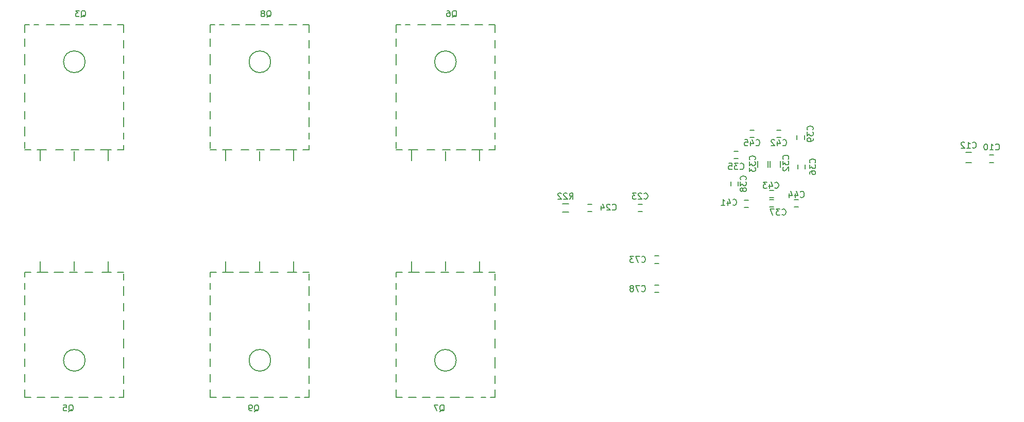
<source format=gbo>
G04 #@! TF.FileFunction,Legend,Bot*
%FSLAX46Y46*%
G04 Gerber Fmt 4.6, Leading zero omitted, Abs format (unit mm)*
G04 Created by KiCad (PCBNEW 4.0.2+dfsg1-stable) date Tue 26 Sep 2017 04:27:40 AM EDT*
%MOMM*%
G01*
G04 APERTURE LIST*
%ADD10C,0.100000*%
%ADD11C,0.150000*%
G04 APERTURE END LIST*
D10*
D11*
X208150000Y-59800000D02*
X207450000Y-59800000D01*
X207450000Y-61000000D02*
X208150000Y-61000000D01*
X150350000Y-67900000D02*
X149650000Y-67900000D01*
X149650000Y-69100000D02*
X150350000Y-69100000D01*
X141400000Y-69100000D02*
X142100000Y-69100000D01*
X142100000Y-67900000D02*
X141400000Y-67900000D01*
X164900000Y-64150000D02*
X164900000Y-64850000D01*
X166100000Y-64850000D02*
X166100000Y-64150000D01*
X175800000Y-56550000D02*
X175800000Y-57250000D01*
X177000000Y-57250000D02*
X177000000Y-56550000D01*
X167850000Y-67200000D02*
X167150000Y-67200000D01*
X167150000Y-68400000D02*
X167850000Y-68400000D01*
X172450000Y-56900000D02*
X173150000Y-56900000D01*
X173150000Y-55700000D02*
X172450000Y-55700000D01*
X171950000Y-65600000D02*
X171250000Y-65600000D01*
X171250000Y-66800000D02*
X171950000Y-66800000D01*
X176050000Y-67100000D02*
X175350000Y-67100000D01*
X175350000Y-68300000D02*
X176050000Y-68300000D01*
X168050000Y-56900000D02*
X168750000Y-56900000D01*
X168750000Y-55700000D02*
X168050000Y-55700000D01*
X137250000Y-69175000D02*
X138250000Y-69175000D01*
X138250000Y-67825000D02*
X137250000Y-67825000D01*
X165450000Y-60400000D02*
X166150000Y-60400000D01*
X166150000Y-59200000D02*
X165450000Y-59200000D01*
X177100000Y-62050000D02*
X177100000Y-61350000D01*
X175900000Y-61350000D02*
X175900000Y-62050000D01*
X171950000Y-67100000D02*
X171250000Y-67100000D01*
X171250000Y-68300000D02*
X171950000Y-68300000D01*
X153100000Y-76400000D02*
X152400000Y-76400000D01*
X152400000Y-77600000D02*
X153100000Y-77600000D01*
X153100000Y-81150000D02*
X152400000Y-81150000D01*
X152400000Y-82350000D02*
X153100000Y-82350000D01*
X204500000Y-61050000D02*
X203500000Y-61050000D01*
X203500000Y-59350000D02*
X204500000Y-59350000D01*
X173050000Y-60800000D02*
X173050000Y-61800000D01*
X171350000Y-61800000D02*
X171350000Y-60800000D01*
X171050000Y-60800000D02*
X171050000Y-61800000D01*
X169350000Y-61800000D02*
X169350000Y-60800000D01*
X93088000Y-60698000D02*
X93088000Y-58920000D01*
X81912000Y-60698000D02*
X81912000Y-58920000D01*
X87500000Y-60698000D02*
X87500000Y-59174000D01*
X95628000Y-58158000D02*
X95628000Y-58920000D01*
X95628000Y-56126000D02*
X95628000Y-57142000D01*
X95628000Y-57142000D02*
X95628000Y-56888000D01*
X95628000Y-53586000D02*
X95628000Y-54856000D01*
X95628000Y-54856000D02*
X95628000Y-55110000D01*
X95628000Y-51046000D02*
X95628000Y-52316000D01*
X95628000Y-48506000D02*
X95628000Y-49776000D01*
X95628000Y-45966000D02*
X95628000Y-47236000D01*
X95628000Y-43426000D02*
X95628000Y-44696000D01*
X95628000Y-40886000D02*
X95628000Y-42156000D01*
X95628000Y-38346000D02*
X95628000Y-39616000D01*
X79372000Y-57650000D02*
X79372000Y-58666000D01*
X79372000Y-55110000D02*
X79372000Y-56380000D01*
X79372000Y-56380000D02*
X79372000Y-56634000D01*
X79372000Y-52570000D02*
X79372000Y-53840000D01*
X79372000Y-49522000D02*
X79372000Y-51046000D01*
X79372000Y-46474000D02*
X79372000Y-47998000D01*
X79372000Y-43172000D02*
X79372000Y-44950000D01*
X79372000Y-40632000D02*
X79372000Y-41902000D01*
X79372000Y-38346000D02*
X79372000Y-39362000D01*
X79372000Y-39362000D02*
X79372000Y-39616000D01*
X80134000Y-38346000D02*
X79372000Y-38346000D01*
X81658000Y-38346000D02*
X80896000Y-38346000D01*
X84198000Y-38346000D02*
X82928000Y-38346000D01*
X86738000Y-38346000D02*
X85214000Y-38346000D01*
X89024000Y-38346000D02*
X87754000Y-38346000D01*
X91310000Y-38346000D02*
X90040000Y-38346000D01*
X93596000Y-38346000D02*
X92326000Y-38346000D01*
X95628000Y-38346000D02*
X94612000Y-38346000D01*
X81404000Y-58920000D02*
X82928000Y-58920000D01*
X82928000Y-58920000D02*
X82674000Y-58920000D01*
X79372000Y-58920000D02*
X80134000Y-58920000D01*
X80134000Y-58920000D02*
X80388000Y-58920000D01*
X85722000Y-58920000D02*
X84452000Y-58920000D01*
X88262000Y-58920000D02*
X86992000Y-58920000D01*
X90802000Y-58920000D02*
X89278000Y-58920000D01*
X93596000Y-58920000D02*
X92326000Y-58920000D01*
X92326000Y-58920000D02*
X92072000Y-58920000D01*
X92072000Y-58920000D02*
X91818000Y-58920000D01*
X95628000Y-58920000D02*
X94866000Y-58920000D01*
X94866000Y-58920000D02*
X94612000Y-58920000D01*
X89278000Y-44442000D02*
G75*
G03X89278000Y-44442000I-1778000J0D01*
G01*
X62588000Y-60698000D02*
X62588000Y-58920000D01*
X51412000Y-60698000D02*
X51412000Y-58920000D01*
X57000000Y-60698000D02*
X57000000Y-59174000D01*
X65128000Y-58158000D02*
X65128000Y-58920000D01*
X65128000Y-56126000D02*
X65128000Y-57142000D01*
X65128000Y-57142000D02*
X65128000Y-56888000D01*
X65128000Y-53586000D02*
X65128000Y-54856000D01*
X65128000Y-54856000D02*
X65128000Y-55110000D01*
X65128000Y-51046000D02*
X65128000Y-52316000D01*
X65128000Y-48506000D02*
X65128000Y-49776000D01*
X65128000Y-45966000D02*
X65128000Y-47236000D01*
X65128000Y-43426000D02*
X65128000Y-44696000D01*
X65128000Y-40886000D02*
X65128000Y-42156000D01*
X65128000Y-38346000D02*
X65128000Y-39616000D01*
X48872000Y-57650000D02*
X48872000Y-58666000D01*
X48872000Y-55110000D02*
X48872000Y-56380000D01*
X48872000Y-56380000D02*
X48872000Y-56634000D01*
X48872000Y-52570000D02*
X48872000Y-53840000D01*
X48872000Y-49522000D02*
X48872000Y-51046000D01*
X48872000Y-46474000D02*
X48872000Y-47998000D01*
X48872000Y-43172000D02*
X48872000Y-44950000D01*
X48872000Y-40632000D02*
X48872000Y-41902000D01*
X48872000Y-38346000D02*
X48872000Y-39362000D01*
X48872000Y-39362000D02*
X48872000Y-39616000D01*
X49634000Y-38346000D02*
X48872000Y-38346000D01*
X51158000Y-38346000D02*
X50396000Y-38346000D01*
X53698000Y-38346000D02*
X52428000Y-38346000D01*
X56238000Y-38346000D02*
X54714000Y-38346000D01*
X58524000Y-38346000D02*
X57254000Y-38346000D01*
X60810000Y-38346000D02*
X59540000Y-38346000D01*
X63096000Y-38346000D02*
X61826000Y-38346000D01*
X65128000Y-38346000D02*
X64112000Y-38346000D01*
X50904000Y-58920000D02*
X52428000Y-58920000D01*
X52428000Y-58920000D02*
X52174000Y-58920000D01*
X48872000Y-58920000D02*
X49634000Y-58920000D01*
X49634000Y-58920000D02*
X49888000Y-58920000D01*
X55222000Y-58920000D02*
X53952000Y-58920000D01*
X57762000Y-58920000D02*
X56492000Y-58920000D01*
X60302000Y-58920000D02*
X58778000Y-58920000D01*
X63096000Y-58920000D02*
X61826000Y-58920000D01*
X61826000Y-58920000D02*
X61572000Y-58920000D01*
X61572000Y-58920000D02*
X61318000Y-58920000D01*
X65128000Y-58920000D02*
X64366000Y-58920000D01*
X64366000Y-58920000D02*
X64112000Y-58920000D01*
X58778000Y-44442000D02*
G75*
G03X58778000Y-44442000I-1778000J0D01*
G01*
X51412000Y-77302000D02*
X51412000Y-79080000D01*
X62588000Y-77302000D02*
X62588000Y-79080000D01*
X57000000Y-77302000D02*
X57000000Y-78826000D01*
X48872000Y-79842000D02*
X48872000Y-79080000D01*
X48872000Y-81874000D02*
X48872000Y-80858000D01*
X48872000Y-80858000D02*
X48872000Y-81112000D01*
X48872000Y-84414000D02*
X48872000Y-83144000D01*
X48872000Y-83144000D02*
X48872000Y-82890000D01*
X48872000Y-86954000D02*
X48872000Y-85684000D01*
X48872000Y-89494000D02*
X48872000Y-88224000D01*
X48872000Y-92034000D02*
X48872000Y-90764000D01*
X48872000Y-94574000D02*
X48872000Y-93304000D01*
X48872000Y-97114000D02*
X48872000Y-95844000D01*
X48872000Y-99654000D02*
X48872000Y-98384000D01*
X65128000Y-80350000D02*
X65128000Y-79334000D01*
X65128000Y-82890000D02*
X65128000Y-81620000D01*
X65128000Y-81620000D02*
X65128000Y-81366000D01*
X65128000Y-85430000D02*
X65128000Y-84160000D01*
X65128000Y-88478000D02*
X65128000Y-86954000D01*
X65128000Y-91526000D02*
X65128000Y-90002000D01*
X65128000Y-94828000D02*
X65128000Y-93050000D01*
X65128000Y-97368000D02*
X65128000Y-96098000D01*
X65128000Y-99654000D02*
X65128000Y-98638000D01*
X65128000Y-98638000D02*
X65128000Y-98384000D01*
X64366000Y-99654000D02*
X65128000Y-99654000D01*
X62842000Y-99654000D02*
X63604000Y-99654000D01*
X60302000Y-99654000D02*
X61572000Y-99654000D01*
X57762000Y-99654000D02*
X59286000Y-99654000D01*
X55476000Y-99654000D02*
X56746000Y-99654000D01*
X53190000Y-99654000D02*
X54460000Y-99654000D01*
X50904000Y-99654000D02*
X52174000Y-99654000D01*
X48872000Y-99654000D02*
X49888000Y-99654000D01*
X63096000Y-79080000D02*
X61572000Y-79080000D01*
X61572000Y-79080000D02*
X61826000Y-79080000D01*
X65128000Y-79080000D02*
X64366000Y-79080000D01*
X64366000Y-79080000D02*
X64112000Y-79080000D01*
X58778000Y-79080000D02*
X60048000Y-79080000D01*
X56238000Y-79080000D02*
X57508000Y-79080000D01*
X53698000Y-79080000D02*
X55222000Y-79080000D01*
X50904000Y-79080000D02*
X52174000Y-79080000D01*
X52174000Y-79080000D02*
X52428000Y-79080000D01*
X52428000Y-79080000D02*
X52682000Y-79080000D01*
X48872000Y-79080000D02*
X49634000Y-79080000D01*
X49634000Y-79080000D02*
X49888000Y-79080000D01*
X58778000Y-93558000D02*
G75*
G03X58778000Y-93558000I-1778000J0D01*
G01*
X81912000Y-77302000D02*
X81912000Y-79080000D01*
X93088000Y-77302000D02*
X93088000Y-79080000D01*
X87500000Y-77302000D02*
X87500000Y-78826000D01*
X79372000Y-79842000D02*
X79372000Y-79080000D01*
X79372000Y-81874000D02*
X79372000Y-80858000D01*
X79372000Y-80858000D02*
X79372000Y-81112000D01*
X79372000Y-84414000D02*
X79372000Y-83144000D01*
X79372000Y-83144000D02*
X79372000Y-82890000D01*
X79372000Y-86954000D02*
X79372000Y-85684000D01*
X79372000Y-89494000D02*
X79372000Y-88224000D01*
X79372000Y-92034000D02*
X79372000Y-90764000D01*
X79372000Y-94574000D02*
X79372000Y-93304000D01*
X79372000Y-97114000D02*
X79372000Y-95844000D01*
X79372000Y-99654000D02*
X79372000Y-98384000D01*
X95628000Y-80350000D02*
X95628000Y-79334000D01*
X95628000Y-82890000D02*
X95628000Y-81620000D01*
X95628000Y-81620000D02*
X95628000Y-81366000D01*
X95628000Y-85430000D02*
X95628000Y-84160000D01*
X95628000Y-88478000D02*
X95628000Y-86954000D01*
X95628000Y-91526000D02*
X95628000Y-90002000D01*
X95628000Y-94828000D02*
X95628000Y-93050000D01*
X95628000Y-97368000D02*
X95628000Y-96098000D01*
X95628000Y-99654000D02*
X95628000Y-98638000D01*
X95628000Y-98638000D02*
X95628000Y-98384000D01*
X94866000Y-99654000D02*
X95628000Y-99654000D01*
X93342000Y-99654000D02*
X94104000Y-99654000D01*
X90802000Y-99654000D02*
X92072000Y-99654000D01*
X88262000Y-99654000D02*
X89786000Y-99654000D01*
X85976000Y-99654000D02*
X87246000Y-99654000D01*
X83690000Y-99654000D02*
X84960000Y-99654000D01*
X81404000Y-99654000D02*
X82674000Y-99654000D01*
X79372000Y-99654000D02*
X80388000Y-99654000D01*
X93596000Y-79080000D02*
X92072000Y-79080000D01*
X92072000Y-79080000D02*
X92326000Y-79080000D01*
X95628000Y-79080000D02*
X94866000Y-79080000D01*
X94866000Y-79080000D02*
X94612000Y-79080000D01*
X89278000Y-79080000D02*
X90548000Y-79080000D01*
X86738000Y-79080000D02*
X88008000Y-79080000D01*
X84198000Y-79080000D02*
X85722000Y-79080000D01*
X81404000Y-79080000D02*
X82674000Y-79080000D01*
X82674000Y-79080000D02*
X82928000Y-79080000D01*
X82928000Y-79080000D02*
X83182000Y-79080000D01*
X79372000Y-79080000D02*
X80134000Y-79080000D01*
X80134000Y-79080000D02*
X80388000Y-79080000D01*
X89278000Y-93558000D02*
G75*
G03X89278000Y-93558000I-1778000J0D01*
G01*
X112412000Y-77302000D02*
X112412000Y-79080000D01*
X123588000Y-77302000D02*
X123588000Y-79080000D01*
X118000000Y-77302000D02*
X118000000Y-78826000D01*
X109872000Y-79842000D02*
X109872000Y-79080000D01*
X109872000Y-81874000D02*
X109872000Y-80858000D01*
X109872000Y-80858000D02*
X109872000Y-81112000D01*
X109872000Y-84414000D02*
X109872000Y-83144000D01*
X109872000Y-83144000D02*
X109872000Y-82890000D01*
X109872000Y-86954000D02*
X109872000Y-85684000D01*
X109872000Y-89494000D02*
X109872000Y-88224000D01*
X109872000Y-92034000D02*
X109872000Y-90764000D01*
X109872000Y-94574000D02*
X109872000Y-93304000D01*
X109872000Y-97114000D02*
X109872000Y-95844000D01*
X109872000Y-99654000D02*
X109872000Y-98384000D01*
X126128000Y-80350000D02*
X126128000Y-79334000D01*
X126128000Y-82890000D02*
X126128000Y-81620000D01*
X126128000Y-81620000D02*
X126128000Y-81366000D01*
X126128000Y-85430000D02*
X126128000Y-84160000D01*
X126128000Y-88478000D02*
X126128000Y-86954000D01*
X126128000Y-91526000D02*
X126128000Y-90002000D01*
X126128000Y-94828000D02*
X126128000Y-93050000D01*
X126128000Y-97368000D02*
X126128000Y-96098000D01*
X126128000Y-99654000D02*
X126128000Y-98638000D01*
X126128000Y-98638000D02*
X126128000Y-98384000D01*
X125366000Y-99654000D02*
X126128000Y-99654000D01*
X123842000Y-99654000D02*
X124604000Y-99654000D01*
X121302000Y-99654000D02*
X122572000Y-99654000D01*
X118762000Y-99654000D02*
X120286000Y-99654000D01*
X116476000Y-99654000D02*
X117746000Y-99654000D01*
X114190000Y-99654000D02*
X115460000Y-99654000D01*
X111904000Y-99654000D02*
X113174000Y-99654000D01*
X109872000Y-99654000D02*
X110888000Y-99654000D01*
X124096000Y-79080000D02*
X122572000Y-79080000D01*
X122572000Y-79080000D02*
X122826000Y-79080000D01*
X126128000Y-79080000D02*
X125366000Y-79080000D01*
X125366000Y-79080000D02*
X125112000Y-79080000D01*
X119778000Y-79080000D02*
X121048000Y-79080000D01*
X117238000Y-79080000D02*
X118508000Y-79080000D01*
X114698000Y-79080000D02*
X116222000Y-79080000D01*
X111904000Y-79080000D02*
X113174000Y-79080000D01*
X113174000Y-79080000D02*
X113428000Y-79080000D01*
X113428000Y-79080000D02*
X113682000Y-79080000D01*
X109872000Y-79080000D02*
X110634000Y-79080000D01*
X110634000Y-79080000D02*
X110888000Y-79080000D01*
X119778000Y-93558000D02*
G75*
G03X119778000Y-93558000I-1778000J0D01*
G01*
X123588000Y-60698000D02*
X123588000Y-58920000D01*
X112412000Y-60698000D02*
X112412000Y-58920000D01*
X118000000Y-60698000D02*
X118000000Y-59174000D01*
X126128000Y-58158000D02*
X126128000Y-58920000D01*
X126128000Y-56126000D02*
X126128000Y-57142000D01*
X126128000Y-57142000D02*
X126128000Y-56888000D01*
X126128000Y-53586000D02*
X126128000Y-54856000D01*
X126128000Y-54856000D02*
X126128000Y-55110000D01*
X126128000Y-51046000D02*
X126128000Y-52316000D01*
X126128000Y-48506000D02*
X126128000Y-49776000D01*
X126128000Y-45966000D02*
X126128000Y-47236000D01*
X126128000Y-43426000D02*
X126128000Y-44696000D01*
X126128000Y-40886000D02*
X126128000Y-42156000D01*
X126128000Y-38346000D02*
X126128000Y-39616000D01*
X109872000Y-57650000D02*
X109872000Y-58666000D01*
X109872000Y-55110000D02*
X109872000Y-56380000D01*
X109872000Y-56380000D02*
X109872000Y-56634000D01*
X109872000Y-52570000D02*
X109872000Y-53840000D01*
X109872000Y-49522000D02*
X109872000Y-51046000D01*
X109872000Y-46474000D02*
X109872000Y-47998000D01*
X109872000Y-43172000D02*
X109872000Y-44950000D01*
X109872000Y-40632000D02*
X109872000Y-41902000D01*
X109872000Y-38346000D02*
X109872000Y-39362000D01*
X109872000Y-39362000D02*
X109872000Y-39616000D01*
X110634000Y-38346000D02*
X109872000Y-38346000D01*
X112158000Y-38346000D02*
X111396000Y-38346000D01*
X114698000Y-38346000D02*
X113428000Y-38346000D01*
X117238000Y-38346000D02*
X115714000Y-38346000D01*
X119524000Y-38346000D02*
X118254000Y-38346000D01*
X121810000Y-38346000D02*
X120540000Y-38346000D01*
X124096000Y-38346000D02*
X122826000Y-38346000D01*
X126128000Y-38346000D02*
X125112000Y-38346000D01*
X111904000Y-58920000D02*
X113428000Y-58920000D01*
X113428000Y-58920000D02*
X113174000Y-58920000D01*
X109872000Y-58920000D02*
X110634000Y-58920000D01*
X110634000Y-58920000D02*
X110888000Y-58920000D01*
X116222000Y-58920000D02*
X114952000Y-58920000D01*
X118762000Y-58920000D02*
X117492000Y-58920000D01*
X121302000Y-58920000D02*
X119778000Y-58920000D01*
X124096000Y-58920000D02*
X122826000Y-58920000D01*
X122826000Y-58920000D02*
X122572000Y-58920000D01*
X122572000Y-58920000D02*
X122318000Y-58920000D01*
X126128000Y-58920000D02*
X125366000Y-58920000D01*
X125366000Y-58920000D02*
X125112000Y-58920000D01*
X119778000Y-44442000D02*
G75*
G03X119778000Y-44442000I-1778000J0D01*
G01*
X208442857Y-58857143D02*
X208490476Y-58904762D01*
X208633333Y-58952381D01*
X208728571Y-58952381D01*
X208871429Y-58904762D01*
X208966667Y-58809524D01*
X209014286Y-58714286D01*
X209061905Y-58523810D01*
X209061905Y-58380952D01*
X209014286Y-58190476D01*
X208966667Y-58095238D01*
X208871429Y-58000000D01*
X208728571Y-57952381D01*
X208633333Y-57952381D01*
X208490476Y-58000000D01*
X208442857Y-58047619D01*
X207490476Y-58952381D02*
X208061905Y-58952381D01*
X207776191Y-58952381D02*
X207776191Y-57952381D01*
X207871429Y-58095238D01*
X207966667Y-58190476D01*
X208061905Y-58238095D01*
X206871429Y-57952381D02*
X206776190Y-57952381D01*
X206680952Y-58000000D01*
X206633333Y-58047619D01*
X206585714Y-58142857D01*
X206538095Y-58333333D01*
X206538095Y-58571429D01*
X206585714Y-58761905D01*
X206633333Y-58857143D01*
X206680952Y-58904762D01*
X206776190Y-58952381D01*
X206871429Y-58952381D01*
X206966667Y-58904762D01*
X207014286Y-58857143D01*
X207061905Y-58761905D01*
X207109524Y-58571429D01*
X207109524Y-58333333D01*
X207061905Y-58142857D01*
X207014286Y-58047619D01*
X206966667Y-58000000D01*
X206871429Y-57952381D01*
X150642857Y-66957143D02*
X150690476Y-67004762D01*
X150833333Y-67052381D01*
X150928571Y-67052381D01*
X151071429Y-67004762D01*
X151166667Y-66909524D01*
X151214286Y-66814286D01*
X151261905Y-66623810D01*
X151261905Y-66480952D01*
X151214286Y-66290476D01*
X151166667Y-66195238D01*
X151071429Y-66100000D01*
X150928571Y-66052381D01*
X150833333Y-66052381D01*
X150690476Y-66100000D01*
X150642857Y-66147619D01*
X150261905Y-66147619D02*
X150214286Y-66100000D01*
X150119048Y-66052381D01*
X149880952Y-66052381D01*
X149785714Y-66100000D01*
X149738095Y-66147619D01*
X149690476Y-66242857D01*
X149690476Y-66338095D01*
X149738095Y-66480952D01*
X150309524Y-67052381D01*
X149690476Y-67052381D01*
X149357143Y-66052381D02*
X148738095Y-66052381D01*
X149071429Y-66433333D01*
X148928571Y-66433333D01*
X148833333Y-66480952D01*
X148785714Y-66528571D01*
X148738095Y-66623810D01*
X148738095Y-66861905D01*
X148785714Y-66957143D01*
X148833333Y-67004762D01*
X148928571Y-67052381D01*
X149214286Y-67052381D01*
X149309524Y-67004762D01*
X149357143Y-66957143D01*
X145442857Y-68757143D02*
X145490476Y-68804762D01*
X145633333Y-68852381D01*
X145728571Y-68852381D01*
X145871429Y-68804762D01*
X145966667Y-68709524D01*
X146014286Y-68614286D01*
X146061905Y-68423810D01*
X146061905Y-68280952D01*
X146014286Y-68090476D01*
X145966667Y-67995238D01*
X145871429Y-67900000D01*
X145728571Y-67852381D01*
X145633333Y-67852381D01*
X145490476Y-67900000D01*
X145442857Y-67947619D01*
X145061905Y-67947619D02*
X145014286Y-67900000D01*
X144919048Y-67852381D01*
X144680952Y-67852381D01*
X144585714Y-67900000D01*
X144538095Y-67947619D01*
X144490476Y-68042857D01*
X144490476Y-68138095D01*
X144538095Y-68280952D01*
X145109524Y-68852381D01*
X144490476Y-68852381D01*
X143633333Y-68185714D02*
X143633333Y-68852381D01*
X143871429Y-67804762D02*
X144109524Y-68519048D01*
X143490476Y-68519048D01*
X167357143Y-63857143D02*
X167404762Y-63809524D01*
X167452381Y-63666667D01*
X167452381Y-63571429D01*
X167404762Y-63428571D01*
X167309524Y-63333333D01*
X167214286Y-63285714D01*
X167023810Y-63238095D01*
X166880952Y-63238095D01*
X166690476Y-63285714D01*
X166595238Y-63333333D01*
X166500000Y-63428571D01*
X166452381Y-63571429D01*
X166452381Y-63666667D01*
X166500000Y-63809524D01*
X166547619Y-63857143D01*
X166452381Y-64190476D02*
X166452381Y-64809524D01*
X166833333Y-64476190D01*
X166833333Y-64619048D01*
X166880952Y-64714286D01*
X166928571Y-64761905D01*
X167023810Y-64809524D01*
X167261905Y-64809524D01*
X167357143Y-64761905D01*
X167404762Y-64714286D01*
X167452381Y-64619048D01*
X167452381Y-64333333D01*
X167404762Y-64238095D01*
X167357143Y-64190476D01*
X166880952Y-65380952D02*
X166833333Y-65285714D01*
X166785714Y-65238095D01*
X166690476Y-65190476D01*
X166642857Y-65190476D01*
X166547619Y-65238095D01*
X166500000Y-65285714D01*
X166452381Y-65380952D01*
X166452381Y-65571429D01*
X166500000Y-65666667D01*
X166547619Y-65714286D01*
X166642857Y-65761905D01*
X166690476Y-65761905D01*
X166785714Y-65714286D01*
X166833333Y-65666667D01*
X166880952Y-65571429D01*
X166880952Y-65380952D01*
X166928571Y-65285714D01*
X166976190Y-65238095D01*
X167071429Y-65190476D01*
X167261905Y-65190476D01*
X167357143Y-65238095D01*
X167404762Y-65285714D01*
X167452381Y-65380952D01*
X167452381Y-65571429D01*
X167404762Y-65666667D01*
X167357143Y-65714286D01*
X167261905Y-65761905D01*
X167071429Y-65761905D01*
X166976190Y-65714286D01*
X166928571Y-65666667D01*
X166880952Y-65571429D01*
X178357143Y-55657143D02*
X178404762Y-55609524D01*
X178452381Y-55466667D01*
X178452381Y-55371429D01*
X178404762Y-55228571D01*
X178309524Y-55133333D01*
X178214286Y-55085714D01*
X178023810Y-55038095D01*
X177880952Y-55038095D01*
X177690476Y-55085714D01*
X177595238Y-55133333D01*
X177500000Y-55228571D01*
X177452381Y-55371429D01*
X177452381Y-55466667D01*
X177500000Y-55609524D01*
X177547619Y-55657143D01*
X177452381Y-55990476D02*
X177452381Y-56609524D01*
X177833333Y-56276190D01*
X177833333Y-56419048D01*
X177880952Y-56514286D01*
X177928571Y-56561905D01*
X178023810Y-56609524D01*
X178261905Y-56609524D01*
X178357143Y-56561905D01*
X178404762Y-56514286D01*
X178452381Y-56419048D01*
X178452381Y-56133333D01*
X178404762Y-56038095D01*
X178357143Y-55990476D01*
X178452381Y-57085714D02*
X178452381Y-57276190D01*
X178404762Y-57371429D01*
X178357143Y-57419048D01*
X178214286Y-57514286D01*
X178023810Y-57561905D01*
X177642857Y-57561905D01*
X177547619Y-57514286D01*
X177500000Y-57466667D01*
X177452381Y-57371429D01*
X177452381Y-57180952D01*
X177500000Y-57085714D01*
X177547619Y-57038095D01*
X177642857Y-56990476D01*
X177880952Y-56990476D01*
X177976190Y-57038095D01*
X178023810Y-57085714D01*
X178071429Y-57180952D01*
X178071429Y-57371429D01*
X178023810Y-57466667D01*
X177976190Y-57514286D01*
X177880952Y-57561905D01*
X165242857Y-67957143D02*
X165290476Y-68004762D01*
X165433333Y-68052381D01*
X165528571Y-68052381D01*
X165671429Y-68004762D01*
X165766667Y-67909524D01*
X165814286Y-67814286D01*
X165861905Y-67623810D01*
X165861905Y-67480952D01*
X165814286Y-67290476D01*
X165766667Y-67195238D01*
X165671429Y-67100000D01*
X165528571Y-67052381D01*
X165433333Y-67052381D01*
X165290476Y-67100000D01*
X165242857Y-67147619D01*
X164385714Y-67385714D02*
X164385714Y-68052381D01*
X164623810Y-67004762D02*
X164861905Y-67719048D01*
X164242857Y-67719048D01*
X163338095Y-68052381D02*
X163909524Y-68052381D01*
X163623810Y-68052381D02*
X163623810Y-67052381D01*
X163719048Y-67195238D01*
X163814286Y-67290476D01*
X163909524Y-67338095D01*
X173442857Y-58157143D02*
X173490476Y-58204762D01*
X173633333Y-58252381D01*
X173728571Y-58252381D01*
X173871429Y-58204762D01*
X173966667Y-58109524D01*
X174014286Y-58014286D01*
X174061905Y-57823810D01*
X174061905Y-57680952D01*
X174014286Y-57490476D01*
X173966667Y-57395238D01*
X173871429Y-57300000D01*
X173728571Y-57252381D01*
X173633333Y-57252381D01*
X173490476Y-57300000D01*
X173442857Y-57347619D01*
X172585714Y-57585714D02*
X172585714Y-58252381D01*
X172823810Y-57204762D02*
X173061905Y-57919048D01*
X172442857Y-57919048D01*
X172109524Y-57347619D02*
X172061905Y-57300000D01*
X171966667Y-57252381D01*
X171728571Y-57252381D01*
X171633333Y-57300000D01*
X171585714Y-57347619D01*
X171538095Y-57442857D01*
X171538095Y-57538095D01*
X171585714Y-57680952D01*
X172157143Y-58252381D01*
X171538095Y-58252381D01*
X172142857Y-65157143D02*
X172190476Y-65204762D01*
X172333333Y-65252381D01*
X172428571Y-65252381D01*
X172571429Y-65204762D01*
X172666667Y-65109524D01*
X172714286Y-65014286D01*
X172761905Y-64823810D01*
X172761905Y-64680952D01*
X172714286Y-64490476D01*
X172666667Y-64395238D01*
X172571429Y-64300000D01*
X172428571Y-64252381D01*
X172333333Y-64252381D01*
X172190476Y-64300000D01*
X172142857Y-64347619D01*
X171285714Y-64585714D02*
X171285714Y-65252381D01*
X171523810Y-64204762D02*
X171761905Y-64919048D01*
X171142857Y-64919048D01*
X170857143Y-64252381D02*
X170238095Y-64252381D01*
X170571429Y-64633333D01*
X170428571Y-64633333D01*
X170333333Y-64680952D01*
X170285714Y-64728571D01*
X170238095Y-64823810D01*
X170238095Y-65061905D01*
X170285714Y-65157143D01*
X170333333Y-65204762D01*
X170428571Y-65252381D01*
X170714286Y-65252381D01*
X170809524Y-65204762D01*
X170857143Y-65157143D01*
X176342857Y-66657143D02*
X176390476Y-66704762D01*
X176533333Y-66752381D01*
X176628571Y-66752381D01*
X176771429Y-66704762D01*
X176866667Y-66609524D01*
X176914286Y-66514286D01*
X176961905Y-66323810D01*
X176961905Y-66180952D01*
X176914286Y-65990476D01*
X176866667Y-65895238D01*
X176771429Y-65800000D01*
X176628571Y-65752381D01*
X176533333Y-65752381D01*
X176390476Y-65800000D01*
X176342857Y-65847619D01*
X175485714Y-66085714D02*
X175485714Y-66752381D01*
X175723810Y-65704762D02*
X175961905Y-66419048D01*
X175342857Y-66419048D01*
X174533333Y-66085714D02*
X174533333Y-66752381D01*
X174771429Y-65704762D02*
X175009524Y-66419048D01*
X174390476Y-66419048D01*
X169042857Y-58157143D02*
X169090476Y-58204762D01*
X169233333Y-58252381D01*
X169328571Y-58252381D01*
X169471429Y-58204762D01*
X169566667Y-58109524D01*
X169614286Y-58014286D01*
X169661905Y-57823810D01*
X169661905Y-57680952D01*
X169614286Y-57490476D01*
X169566667Y-57395238D01*
X169471429Y-57300000D01*
X169328571Y-57252381D01*
X169233333Y-57252381D01*
X169090476Y-57300000D01*
X169042857Y-57347619D01*
X168185714Y-57585714D02*
X168185714Y-58252381D01*
X168423810Y-57204762D02*
X168661905Y-57919048D01*
X168042857Y-57919048D01*
X167185714Y-57252381D02*
X167661905Y-57252381D01*
X167709524Y-57728571D01*
X167661905Y-57680952D01*
X167566667Y-57633333D01*
X167328571Y-57633333D01*
X167233333Y-57680952D01*
X167185714Y-57728571D01*
X167138095Y-57823810D01*
X167138095Y-58061905D01*
X167185714Y-58157143D01*
X167233333Y-58204762D01*
X167328571Y-58252381D01*
X167566667Y-58252381D01*
X167661905Y-58204762D01*
X167709524Y-58157143D01*
X138392857Y-67052381D02*
X138726191Y-66576190D01*
X138964286Y-67052381D02*
X138964286Y-66052381D01*
X138583333Y-66052381D01*
X138488095Y-66100000D01*
X138440476Y-66147619D01*
X138392857Y-66242857D01*
X138392857Y-66385714D01*
X138440476Y-66480952D01*
X138488095Y-66528571D01*
X138583333Y-66576190D01*
X138964286Y-66576190D01*
X138011905Y-66147619D02*
X137964286Y-66100000D01*
X137869048Y-66052381D01*
X137630952Y-66052381D01*
X137535714Y-66100000D01*
X137488095Y-66147619D01*
X137440476Y-66242857D01*
X137440476Y-66338095D01*
X137488095Y-66480952D01*
X138059524Y-67052381D01*
X137440476Y-67052381D01*
X137059524Y-66147619D02*
X137011905Y-66100000D01*
X136916667Y-66052381D01*
X136678571Y-66052381D01*
X136583333Y-66100000D01*
X136535714Y-66147619D01*
X136488095Y-66242857D01*
X136488095Y-66338095D01*
X136535714Y-66480952D01*
X137107143Y-67052381D01*
X136488095Y-67052381D01*
X166442857Y-62057143D02*
X166490476Y-62104762D01*
X166633333Y-62152381D01*
X166728571Y-62152381D01*
X166871429Y-62104762D01*
X166966667Y-62009524D01*
X167014286Y-61914286D01*
X167061905Y-61723810D01*
X167061905Y-61580952D01*
X167014286Y-61390476D01*
X166966667Y-61295238D01*
X166871429Y-61200000D01*
X166728571Y-61152381D01*
X166633333Y-61152381D01*
X166490476Y-61200000D01*
X166442857Y-61247619D01*
X166109524Y-61152381D02*
X165490476Y-61152381D01*
X165823810Y-61533333D01*
X165680952Y-61533333D01*
X165585714Y-61580952D01*
X165538095Y-61628571D01*
X165490476Y-61723810D01*
X165490476Y-61961905D01*
X165538095Y-62057143D01*
X165585714Y-62104762D01*
X165680952Y-62152381D01*
X165966667Y-62152381D01*
X166061905Y-62104762D01*
X166109524Y-62057143D01*
X164585714Y-61152381D02*
X165061905Y-61152381D01*
X165109524Y-61628571D01*
X165061905Y-61580952D01*
X164966667Y-61533333D01*
X164728571Y-61533333D01*
X164633333Y-61580952D01*
X164585714Y-61628571D01*
X164538095Y-61723810D01*
X164538095Y-61961905D01*
X164585714Y-62057143D01*
X164633333Y-62104762D01*
X164728571Y-62152381D01*
X164966667Y-62152381D01*
X165061905Y-62104762D01*
X165109524Y-62057143D01*
X178757143Y-61057143D02*
X178804762Y-61009524D01*
X178852381Y-60866667D01*
X178852381Y-60771429D01*
X178804762Y-60628571D01*
X178709524Y-60533333D01*
X178614286Y-60485714D01*
X178423810Y-60438095D01*
X178280952Y-60438095D01*
X178090476Y-60485714D01*
X177995238Y-60533333D01*
X177900000Y-60628571D01*
X177852381Y-60771429D01*
X177852381Y-60866667D01*
X177900000Y-61009524D01*
X177947619Y-61057143D01*
X177852381Y-61390476D02*
X177852381Y-62009524D01*
X178233333Y-61676190D01*
X178233333Y-61819048D01*
X178280952Y-61914286D01*
X178328571Y-61961905D01*
X178423810Y-62009524D01*
X178661905Y-62009524D01*
X178757143Y-61961905D01*
X178804762Y-61914286D01*
X178852381Y-61819048D01*
X178852381Y-61533333D01*
X178804762Y-61438095D01*
X178757143Y-61390476D01*
X177852381Y-62866667D02*
X177852381Y-62676190D01*
X177900000Y-62580952D01*
X177947619Y-62533333D01*
X178090476Y-62438095D01*
X178280952Y-62390476D01*
X178661905Y-62390476D01*
X178757143Y-62438095D01*
X178804762Y-62485714D01*
X178852381Y-62580952D01*
X178852381Y-62771429D01*
X178804762Y-62866667D01*
X178757143Y-62914286D01*
X178661905Y-62961905D01*
X178423810Y-62961905D01*
X178328571Y-62914286D01*
X178280952Y-62866667D01*
X178233333Y-62771429D01*
X178233333Y-62580952D01*
X178280952Y-62485714D01*
X178328571Y-62438095D01*
X178423810Y-62390476D01*
X173342857Y-69557143D02*
X173390476Y-69604762D01*
X173533333Y-69652381D01*
X173628571Y-69652381D01*
X173771429Y-69604762D01*
X173866667Y-69509524D01*
X173914286Y-69414286D01*
X173961905Y-69223810D01*
X173961905Y-69080952D01*
X173914286Y-68890476D01*
X173866667Y-68795238D01*
X173771429Y-68700000D01*
X173628571Y-68652381D01*
X173533333Y-68652381D01*
X173390476Y-68700000D01*
X173342857Y-68747619D01*
X173009524Y-68652381D02*
X172390476Y-68652381D01*
X172723810Y-69033333D01*
X172580952Y-69033333D01*
X172485714Y-69080952D01*
X172438095Y-69128571D01*
X172390476Y-69223810D01*
X172390476Y-69461905D01*
X172438095Y-69557143D01*
X172485714Y-69604762D01*
X172580952Y-69652381D01*
X172866667Y-69652381D01*
X172961905Y-69604762D01*
X173009524Y-69557143D01*
X172057143Y-68652381D02*
X171390476Y-68652381D01*
X171819048Y-69652381D01*
X150242857Y-77357143D02*
X150290476Y-77404762D01*
X150433333Y-77452381D01*
X150528571Y-77452381D01*
X150671429Y-77404762D01*
X150766667Y-77309524D01*
X150814286Y-77214286D01*
X150861905Y-77023810D01*
X150861905Y-76880952D01*
X150814286Y-76690476D01*
X150766667Y-76595238D01*
X150671429Y-76500000D01*
X150528571Y-76452381D01*
X150433333Y-76452381D01*
X150290476Y-76500000D01*
X150242857Y-76547619D01*
X149909524Y-76452381D02*
X149242857Y-76452381D01*
X149671429Y-77452381D01*
X148957143Y-76452381D02*
X148338095Y-76452381D01*
X148671429Y-76833333D01*
X148528571Y-76833333D01*
X148433333Y-76880952D01*
X148385714Y-76928571D01*
X148338095Y-77023810D01*
X148338095Y-77261905D01*
X148385714Y-77357143D01*
X148433333Y-77404762D01*
X148528571Y-77452381D01*
X148814286Y-77452381D01*
X148909524Y-77404762D01*
X148957143Y-77357143D01*
X150242857Y-82157143D02*
X150290476Y-82204762D01*
X150433333Y-82252381D01*
X150528571Y-82252381D01*
X150671429Y-82204762D01*
X150766667Y-82109524D01*
X150814286Y-82014286D01*
X150861905Y-81823810D01*
X150861905Y-81680952D01*
X150814286Y-81490476D01*
X150766667Y-81395238D01*
X150671429Y-81300000D01*
X150528571Y-81252381D01*
X150433333Y-81252381D01*
X150290476Y-81300000D01*
X150242857Y-81347619D01*
X149909524Y-81252381D02*
X149242857Y-81252381D01*
X149671429Y-82252381D01*
X148719048Y-81680952D02*
X148814286Y-81633333D01*
X148861905Y-81585714D01*
X148909524Y-81490476D01*
X148909524Y-81442857D01*
X148861905Y-81347619D01*
X148814286Y-81300000D01*
X148719048Y-81252381D01*
X148528571Y-81252381D01*
X148433333Y-81300000D01*
X148385714Y-81347619D01*
X148338095Y-81442857D01*
X148338095Y-81490476D01*
X148385714Y-81585714D01*
X148433333Y-81633333D01*
X148528571Y-81680952D01*
X148719048Y-81680952D01*
X148814286Y-81728571D01*
X148861905Y-81776190D01*
X148909524Y-81871429D01*
X148909524Y-82061905D01*
X148861905Y-82157143D01*
X148814286Y-82204762D01*
X148719048Y-82252381D01*
X148528571Y-82252381D01*
X148433333Y-82204762D01*
X148385714Y-82157143D01*
X148338095Y-82061905D01*
X148338095Y-81871429D01*
X148385714Y-81776190D01*
X148433333Y-81728571D01*
X148528571Y-81680952D01*
X204642857Y-58557143D02*
X204690476Y-58604762D01*
X204833333Y-58652381D01*
X204928571Y-58652381D01*
X205071429Y-58604762D01*
X205166667Y-58509524D01*
X205214286Y-58414286D01*
X205261905Y-58223810D01*
X205261905Y-58080952D01*
X205214286Y-57890476D01*
X205166667Y-57795238D01*
X205071429Y-57700000D01*
X204928571Y-57652381D01*
X204833333Y-57652381D01*
X204690476Y-57700000D01*
X204642857Y-57747619D01*
X203690476Y-58652381D02*
X204261905Y-58652381D01*
X203976191Y-58652381D02*
X203976191Y-57652381D01*
X204071429Y-57795238D01*
X204166667Y-57890476D01*
X204261905Y-57938095D01*
X203309524Y-57747619D02*
X203261905Y-57700000D01*
X203166667Y-57652381D01*
X202928571Y-57652381D01*
X202833333Y-57700000D01*
X202785714Y-57747619D01*
X202738095Y-57842857D01*
X202738095Y-57938095D01*
X202785714Y-58080952D01*
X203357143Y-58652381D01*
X202738095Y-58652381D01*
X174357143Y-60457143D02*
X174404762Y-60409524D01*
X174452381Y-60266667D01*
X174452381Y-60171429D01*
X174404762Y-60028571D01*
X174309524Y-59933333D01*
X174214286Y-59885714D01*
X174023810Y-59838095D01*
X173880952Y-59838095D01*
X173690476Y-59885714D01*
X173595238Y-59933333D01*
X173500000Y-60028571D01*
X173452381Y-60171429D01*
X173452381Y-60266667D01*
X173500000Y-60409524D01*
X173547619Y-60457143D01*
X173452381Y-60790476D02*
X173452381Y-61409524D01*
X173833333Y-61076190D01*
X173833333Y-61219048D01*
X173880952Y-61314286D01*
X173928571Y-61361905D01*
X174023810Y-61409524D01*
X174261905Y-61409524D01*
X174357143Y-61361905D01*
X174404762Y-61314286D01*
X174452381Y-61219048D01*
X174452381Y-60933333D01*
X174404762Y-60838095D01*
X174357143Y-60790476D01*
X173547619Y-61790476D02*
X173500000Y-61838095D01*
X173452381Y-61933333D01*
X173452381Y-62171429D01*
X173500000Y-62266667D01*
X173547619Y-62314286D01*
X173642857Y-62361905D01*
X173738095Y-62361905D01*
X173880952Y-62314286D01*
X174452381Y-61742857D01*
X174452381Y-62361905D01*
X168857143Y-60557143D02*
X168904762Y-60509524D01*
X168952381Y-60366667D01*
X168952381Y-60271429D01*
X168904762Y-60128571D01*
X168809524Y-60033333D01*
X168714286Y-59985714D01*
X168523810Y-59938095D01*
X168380952Y-59938095D01*
X168190476Y-59985714D01*
X168095238Y-60033333D01*
X168000000Y-60128571D01*
X167952381Y-60271429D01*
X167952381Y-60366667D01*
X168000000Y-60509524D01*
X168047619Y-60557143D01*
X167952381Y-60890476D02*
X167952381Y-61509524D01*
X168333333Y-61176190D01*
X168333333Y-61319048D01*
X168380952Y-61414286D01*
X168428571Y-61461905D01*
X168523810Y-61509524D01*
X168761905Y-61509524D01*
X168857143Y-61461905D01*
X168904762Y-61414286D01*
X168952381Y-61319048D01*
X168952381Y-61033333D01*
X168904762Y-60938095D01*
X168857143Y-60890476D01*
X167952381Y-61842857D02*
X167952381Y-62461905D01*
X168333333Y-62128571D01*
X168333333Y-62271429D01*
X168380952Y-62366667D01*
X168428571Y-62414286D01*
X168523810Y-62461905D01*
X168761905Y-62461905D01*
X168857143Y-62414286D01*
X168904762Y-62366667D01*
X168952381Y-62271429D01*
X168952381Y-61985714D01*
X168904762Y-61890476D01*
X168857143Y-61842857D01*
X88611238Y-37115619D02*
X88706476Y-37068000D01*
X88801714Y-36972762D01*
X88944571Y-36829905D01*
X89039810Y-36782286D01*
X89135048Y-36782286D01*
X89087429Y-37020381D02*
X89182667Y-36972762D01*
X89277905Y-36877524D01*
X89325524Y-36687048D01*
X89325524Y-36353714D01*
X89277905Y-36163238D01*
X89182667Y-36068000D01*
X89087429Y-36020381D01*
X88896952Y-36020381D01*
X88801714Y-36068000D01*
X88706476Y-36163238D01*
X88658857Y-36353714D01*
X88658857Y-36687048D01*
X88706476Y-36877524D01*
X88801714Y-36972762D01*
X88896952Y-37020381D01*
X89087429Y-37020381D01*
X88087429Y-36448952D02*
X88182667Y-36401333D01*
X88230286Y-36353714D01*
X88277905Y-36258476D01*
X88277905Y-36210857D01*
X88230286Y-36115619D01*
X88182667Y-36068000D01*
X88087429Y-36020381D01*
X87896952Y-36020381D01*
X87801714Y-36068000D01*
X87754095Y-36115619D01*
X87706476Y-36210857D01*
X87706476Y-36258476D01*
X87754095Y-36353714D01*
X87801714Y-36401333D01*
X87896952Y-36448952D01*
X88087429Y-36448952D01*
X88182667Y-36496571D01*
X88230286Y-36544190D01*
X88277905Y-36639429D01*
X88277905Y-36829905D01*
X88230286Y-36925143D01*
X88182667Y-36972762D01*
X88087429Y-37020381D01*
X87896952Y-37020381D01*
X87801714Y-36972762D01*
X87754095Y-36925143D01*
X87706476Y-36829905D01*
X87706476Y-36639429D01*
X87754095Y-36544190D01*
X87801714Y-36496571D01*
X87896952Y-36448952D01*
X58111238Y-37115619D02*
X58206476Y-37068000D01*
X58301714Y-36972762D01*
X58444571Y-36829905D01*
X58539810Y-36782286D01*
X58635048Y-36782286D01*
X58587429Y-37020381D02*
X58682667Y-36972762D01*
X58777905Y-36877524D01*
X58825524Y-36687048D01*
X58825524Y-36353714D01*
X58777905Y-36163238D01*
X58682667Y-36068000D01*
X58587429Y-36020381D01*
X58396952Y-36020381D01*
X58301714Y-36068000D01*
X58206476Y-36163238D01*
X58158857Y-36353714D01*
X58158857Y-36687048D01*
X58206476Y-36877524D01*
X58301714Y-36972762D01*
X58396952Y-37020381D01*
X58587429Y-37020381D01*
X57825524Y-36020381D02*
X57206476Y-36020381D01*
X57539810Y-36401333D01*
X57396952Y-36401333D01*
X57301714Y-36448952D01*
X57254095Y-36496571D01*
X57206476Y-36591810D01*
X57206476Y-36829905D01*
X57254095Y-36925143D01*
X57301714Y-36972762D01*
X57396952Y-37020381D01*
X57682667Y-37020381D01*
X57777905Y-36972762D01*
X57825524Y-36925143D01*
X56079238Y-101979619D02*
X56174476Y-101932000D01*
X56269714Y-101836762D01*
X56412571Y-101693905D01*
X56507810Y-101646286D01*
X56603048Y-101646286D01*
X56555429Y-101884381D02*
X56650667Y-101836762D01*
X56745905Y-101741524D01*
X56793524Y-101551048D01*
X56793524Y-101217714D01*
X56745905Y-101027238D01*
X56650667Y-100932000D01*
X56555429Y-100884381D01*
X56364952Y-100884381D01*
X56269714Y-100932000D01*
X56174476Y-101027238D01*
X56126857Y-101217714D01*
X56126857Y-101551048D01*
X56174476Y-101741524D01*
X56269714Y-101836762D01*
X56364952Y-101884381D01*
X56555429Y-101884381D01*
X55222095Y-100884381D02*
X55698286Y-100884381D01*
X55745905Y-101360571D01*
X55698286Y-101312952D01*
X55603048Y-101265333D01*
X55364952Y-101265333D01*
X55269714Y-101312952D01*
X55222095Y-101360571D01*
X55174476Y-101455810D01*
X55174476Y-101693905D01*
X55222095Y-101789143D01*
X55269714Y-101836762D01*
X55364952Y-101884381D01*
X55603048Y-101884381D01*
X55698286Y-101836762D01*
X55745905Y-101789143D01*
X86579238Y-101979619D02*
X86674476Y-101932000D01*
X86769714Y-101836762D01*
X86912571Y-101693905D01*
X87007810Y-101646286D01*
X87103048Y-101646286D01*
X87055429Y-101884381D02*
X87150667Y-101836762D01*
X87245905Y-101741524D01*
X87293524Y-101551048D01*
X87293524Y-101217714D01*
X87245905Y-101027238D01*
X87150667Y-100932000D01*
X87055429Y-100884381D01*
X86864952Y-100884381D01*
X86769714Y-100932000D01*
X86674476Y-101027238D01*
X86626857Y-101217714D01*
X86626857Y-101551048D01*
X86674476Y-101741524D01*
X86769714Y-101836762D01*
X86864952Y-101884381D01*
X87055429Y-101884381D01*
X86150667Y-101884381D02*
X85960191Y-101884381D01*
X85864952Y-101836762D01*
X85817333Y-101789143D01*
X85722095Y-101646286D01*
X85674476Y-101455810D01*
X85674476Y-101074857D01*
X85722095Y-100979619D01*
X85769714Y-100932000D01*
X85864952Y-100884381D01*
X86055429Y-100884381D01*
X86150667Y-100932000D01*
X86198286Y-100979619D01*
X86245905Y-101074857D01*
X86245905Y-101312952D01*
X86198286Y-101408190D01*
X86150667Y-101455810D01*
X86055429Y-101503429D01*
X85864952Y-101503429D01*
X85769714Y-101455810D01*
X85722095Y-101408190D01*
X85674476Y-101312952D01*
X117079238Y-101979619D02*
X117174476Y-101932000D01*
X117269714Y-101836762D01*
X117412571Y-101693905D01*
X117507810Y-101646286D01*
X117603048Y-101646286D01*
X117555429Y-101884381D02*
X117650667Y-101836762D01*
X117745905Y-101741524D01*
X117793524Y-101551048D01*
X117793524Y-101217714D01*
X117745905Y-101027238D01*
X117650667Y-100932000D01*
X117555429Y-100884381D01*
X117364952Y-100884381D01*
X117269714Y-100932000D01*
X117174476Y-101027238D01*
X117126857Y-101217714D01*
X117126857Y-101551048D01*
X117174476Y-101741524D01*
X117269714Y-101836762D01*
X117364952Y-101884381D01*
X117555429Y-101884381D01*
X116793524Y-100884381D02*
X116126857Y-100884381D01*
X116555429Y-101884381D01*
X119111238Y-37115619D02*
X119206476Y-37068000D01*
X119301714Y-36972762D01*
X119444571Y-36829905D01*
X119539810Y-36782286D01*
X119635048Y-36782286D01*
X119587429Y-37020381D02*
X119682667Y-36972762D01*
X119777905Y-36877524D01*
X119825524Y-36687048D01*
X119825524Y-36353714D01*
X119777905Y-36163238D01*
X119682667Y-36068000D01*
X119587429Y-36020381D01*
X119396952Y-36020381D01*
X119301714Y-36068000D01*
X119206476Y-36163238D01*
X119158857Y-36353714D01*
X119158857Y-36687048D01*
X119206476Y-36877524D01*
X119301714Y-36972762D01*
X119396952Y-37020381D01*
X119587429Y-37020381D01*
X118301714Y-36020381D02*
X118492191Y-36020381D01*
X118587429Y-36068000D01*
X118635048Y-36115619D01*
X118730286Y-36258476D01*
X118777905Y-36448952D01*
X118777905Y-36829905D01*
X118730286Y-36925143D01*
X118682667Y-36972762D01*
X118587429Y-37020381D01*
X118396952Y-37020381D01*
X118301714Y-36972762D01*
X118254095Y-36925143D01*
X118206476Y-36829905D01*
X118206476Y-36591810D01*
X118254095Y-36496571D01*
X118301714Y-36448952D01*
X118396952Y-36401333D01*
X118587429Y-36401333D01*
X118682667Y-36448952D01*
X118730286Y-36496571D01*
X118777905Y-36591810D01*
M02*

</source>
